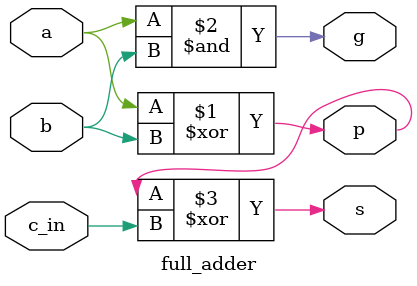
<source format=v>
module full_adder(
    input a,
    input b,
    input c_in,
    output p,
    output g,
    output s
);

assign p = a ^ b;
assign g = a & b;
assign s = p ^ c_in;

endmodule
</source>
